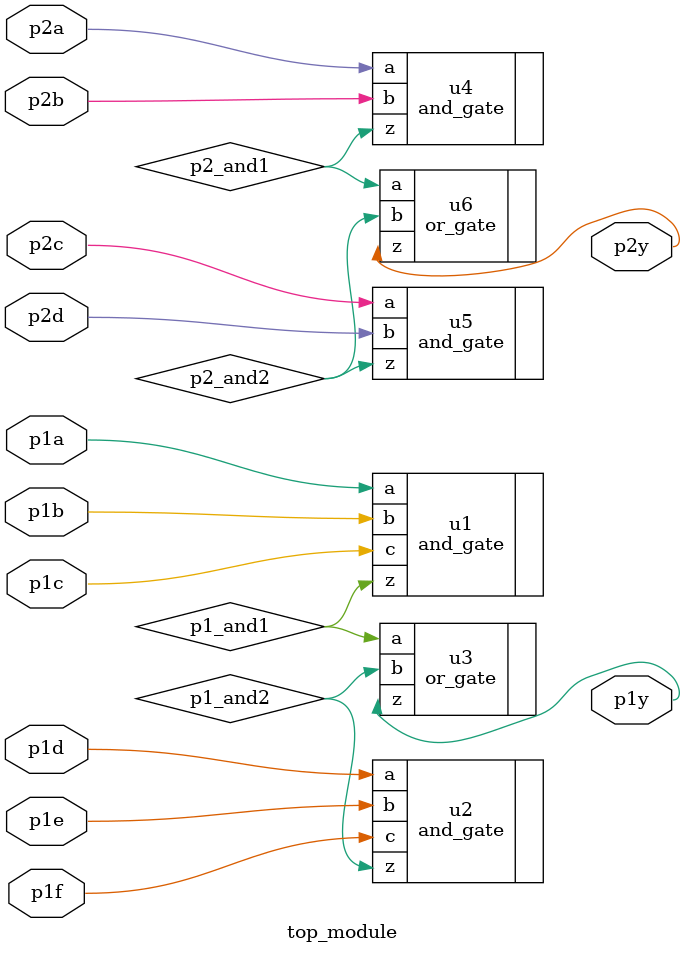
<source format=sv>
module top_module(
    input p1a, 
    input p1b, 
    input p1c, 
    input p1d,
    input p1e,
    input p1f,
    output p1y, 
    input p2a, 
    input p2b, 
    input p2c, 
    input p2d, 
    output p2y
);

    wire p1_and1;
    wire p1_and2;
    
    and_gate u1 (
        .a(p1a),
        .b(p1b),
        .c(p1c),
        .z(p1_and1)
    );
    
    and_gate u2 (
        .a(p1d),
        .b(p1e),
        .c(p1f),
        .z(p1_and2)
    );
    
    or_gate u3 (
        .a(p1_and1),
        .b(p1_and2),
        .z(p1y)
    );
    
    wire p2_and1;
    wire p2_and2;
    
    and_gate u4 (
        .a(p2a),
        .b(p2b),
        .z(p2_and1)
    );
    
    and_gate u5 (
        .a(p2c),
        .b(p2d),
        .z(p2_and2)
    );
    
    or_gate u6 (
        .a(p2_and1),
        .b(p2_and2),
        .z(p2y)
    );

endmodule

</source>
